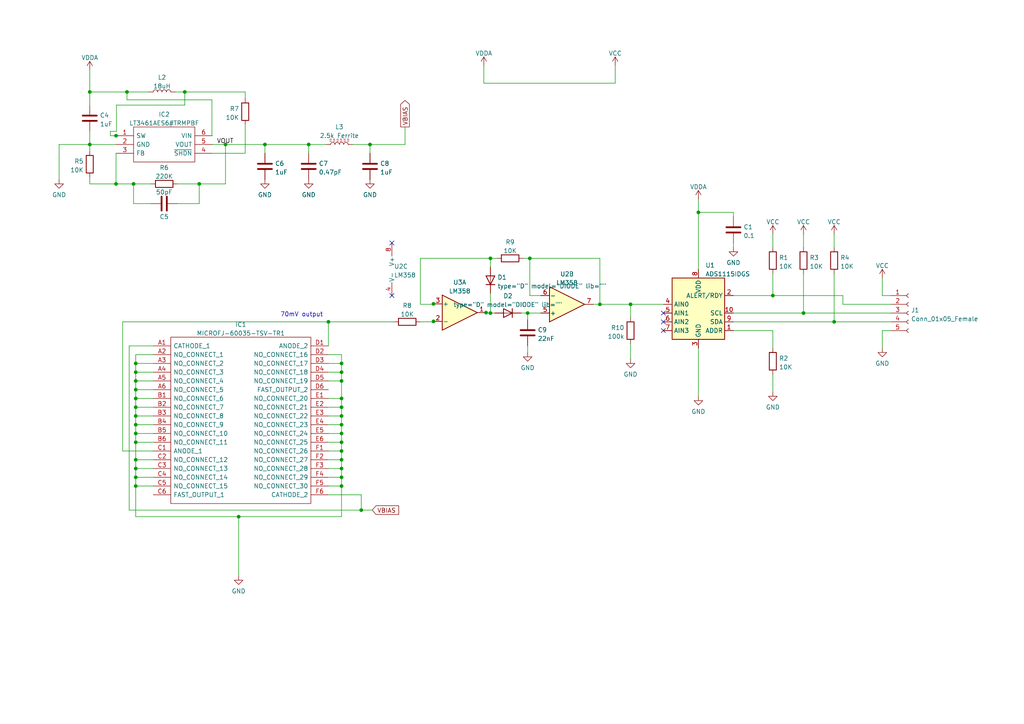
<source format=kicad_sch>
(kicad_sch (version 20211123) (generator eeschema)
  (paper "A4")
  (lib_symbols
    (symbol "Amplifier_Operational:LM358" (pin_names (offset 0.127))
      (property "Reference" "U" (at 0 5.08 0))
      (property "Value" "LM358" (at 0 -5.08 0))
      (symbol "LM358_1_1"
        (polyline (pts (xy -5.08 5.08) (xy 5.08 0) (xy -5.08 -5.08) (xy -5.08 5.08)) (stroke (width 0.254)) (fill (type background)))
        (pin output line (at 7.62 0 180) (length 2.54) (name "~") (number "1"))
        (pin input line (at -7.62 -2.54 0) (length 2.54) (name "-") (number "2"))
        (pin input line (at -7.62 2.54 0) (length 2.54) (name "+") (number "3"))
      )
      (symbol "LM358_2_1"
        (polyline (pts (xy -5.08 5.08) (xy 5.08 0) (xy -5.08 -5.08) (xy -5.08 5.08)) (stroke (width 0.254)) (fill (type background)))
        (pin input line (at -7.62 2.54 0) (length 2.54) (name "+") (number "5"))
        (pin input line (at -7.62 -2.54 0) (length 2.54) (name "-") (number "6"))
        (pin output line (at 7.62 0 180) (length 2.54) (name "~") (number "7"))
      )
      (symbol "LM358_3_1"
        (pin power_in line (at -2.54 -7.62 90) (length 3.81) (name "V-") (number "4"))
        (pin power_in line (at -2.54 7.62 270) (length 3.81) (name "V+") (number "8"))
      )
    )
    (symbol "Analog_ADC:ADS1115IDGS"
      (property "Reference" "U" (at 2.54 13.97 0))
      (property "Value" "ADS1115IDGS" (at 7.62 11.43 0))
      (symbol "ADS1115IDGS_0_1"
        (rectangle (start -7.62 10.16) (end 7.62 -7.62) (stroke (width 0.254)) (fill (type background)))
      )
      (symbol "ADS1115IDGS_1_1"
        (pin input line (at 10.16 -5.08 180) (length 2.54) (name "ADDR") (number "1"))
        (pin input line (at 10.16 0 180) (length 2.54) (name "SCL") (number "10"))
        (pin output line (at 10.16 5.08 180) (length 2.54) (name "ALERT/RDY") (number "2"))
        (pin power_in line (at 0 -10.16 90) (length 2.54) (name "GND") (number "3"))
        (pin input line (at -10.16 2.54 0) (length 2.54) (name "AIN0") (number "4"))
        (pin input line (at -10.16 0 0) (length 2.54) (name "AIN1") (number "5"))
        (pin input line (at -10.16 -2.54 0) (length 2.54) (name "AIN2") (number "6"))
        (pin input line (at -10.16 -5.08 0) (length 2.54) (name "AIN3") (number "7"))
        (pin power_in line (at 0 12.7 270) (length 2.54) (name "VDD") (number "8"))
        (pin bidirectional line (at 10.16 -2.54 180) (length 2.54) (name "SDA") (number "9"))
      )
    )
    (symbol "BuckBoost:LT3461AES6#TRMPBF" (pin_names (offset 0.762))
      (property "Reference" "IC" (at 24.13 7.62 0))
      (property "Value" "LT3461AES6#TRMPBF" (at 24.13 5.08 0))
      (symbol "LT3461AES6#TRMPBF_0_0"
        (pin passive line (at 0 0 0) (length 5.08) (name "SW") (number "1"))
        (pin passive line (at 0 -2.54 0) (length 5.08) (name "GND") (number "2"))
        (pin passive line (at 0 -5.08 0) (length 5.08) (name "FB") (number "3"))
        (pin passive line (at 27.94 -5.08 180) (length 5.08) (name "~{SHDN}") (number "4"))
        (pin passive line (at 27.94 -2.54 180) (length 5.08) (name "VOUT") (number "5"))
        (pin passive line (at 27.94 0 180) (length 5.08) (name "VIN") (number "6"))
      )
      (symbol "LT3461AES6#TRMPBF_0_1"
        (polyline (pts (xy 5.08 2.54) (xy 22.86 2.54) (xy 22.86 -7.62) (xy 5.08 -7.62) (xy 5.08 2.54)) (stroke (width 0.1524)))
      )
    )
    (symbol "Connector:Conn_01x05_Female" (pin_names (offset 1.016) hide)
      (property "Reference" "J" (at 0 7.62 0))
      (property "Value" "Conn_01x05_Female" (at 0 -7.62 0))
      (symbol "Conn_01x05_Female_1_1"
        (arc (start 0 -4.572) (mid -0.508 -5.08) (end 0 -5.588) (stroke (width 0.1524)))
        (arc (start 0 -2.032) (mid -0.508 -2.54) (end 0 -3.048) (stroke (width 0.1524)))
        (polyline (pts (xy -1.27 -5.08) (xy -0.508 -5.08)) (stroke (width 0.1524)))
        (polyline (pts (xy -1.27 -2.54) (xy -0.508 -2.54)) (stroke (width 0.1524)))
        (polyline (pts (xy -1.27 0) (xy -0.508 0)) (stroke (width 0.1524)))
        (polyline (pts (xy -1.27 2.54) (xy -0.508 2.54)) (stroke (width 0.1524)))
        (polyline (pts (xy -1.27 5.08) (xy -0.508 5.08)) (stroke (width 0.1524)))
        (arc (start 0 0.508) (mid -0.508 0) (end 0 -0.508) (stroke (width 0.1524)))
        (arc (start 0 3.048) (mid -0.508 2.54) (end 0 2.032) (stroke (width 0.1524)))
        (arc (start 0 5.588) (mid -0.508 5.08) (end 0 4.572) (stroke (width 0.1524)))
        (pin passive line (at -5.08 5.08 0) (length 3.81) (name "Pin_1") (number "1"))
        (pin passive line (at -5.08 2.54 0) (length 3.81) (name "Pin_2") (number "2"))
        (pin passive line (at -5.08 0 0) (length 3.81) (name "Pin_3") (number "3"))
        (pin passive line (at -5.08 -2.54 0) (length 3.81) (name "Pin_4") (number "4"))
        (pin passive line (at -5.08 -5.08 0) (length 3.81) (name "Pin_5") (number "5"))
      )
    )
    (symbol "Device:C" (pin_numbers hide) (pin_names (offset 0.254))
      (property "Reference" "C" (at 0.635 2.54 0))
      (property "Value" "C" (at 0.635 -2.54 0))
      (symbol "C_0_1"
        (polyline (pts (xy -2.032 -0.762) (xy 2.032 -0.762)) (stroke (width 0.508)))
        (polyline (pts (xy -2.032 0.762) (xy 2.032 0.762)) (stroke (width 0.508)))
      )
      (symbol "C_1_1"
        (pin passive line (at 0 3.81 270) (length 2.794) (name "~") (number "1"))
        (pin passive line (at 0 -3.81 90) (length 2.794) (name "~") (number "2"))
      )
    )
    (symbol "Device:L" (pin_numbers hide) (pin_names (offset 1.016) hide)
      (property "Reference" "L" (at -1.27 0 90))
      (property "Value" "L" (at 1.905 0 90))
      (symbol "L_0_1"
        (arc (start 0 -2.54) (mid 0.635 -1.905) (end 0 -1.27))
        (arc (start 0 -1.27) (mid 0.635 -0.635) (end 0 0))
        (arc (start 0 0) (mid 0.635 0.635) (end 0 1.27))
        (arc (start 0 1.27) (mid 0.635 1.905) (end 0 2.54))
      )
      (symbol "L_1_1"
        (pin passive line (at 0 3.81 270) (length 1.27) (name "1") (number "1"))
        (pin passive line (at 0 -3.81 90) (length 1.27) (name "2") (number "2"))
      )
    )
    (symbol "Device:L_Ferrite" (pin_numbers hide) (pin_names (offset 1.016) hide)
      (property "Reference" "L" (at -1.27 0 90))
      (property "Value" "L_Ferrite" (at 2.794 0 90))
      (symbol "L_Ferrite_0_1"
        (arc (start 0 -2.54) (mid 0.635 -1.905) (end 0 -1.27))
        (arc (start 0 -1.27) (mid 0.635 -0.635) (end 0 0))
        (polyline (pts (xy 1.016 -2.794) (xy 1.016 -2.286)))
        (polyline (pts (xy 1.016 -1.778) (xy 1.016 -1.27)))
        (polyline (pts (xy 1.016 -0.762) (xy 1.016 -0.254)))
        (polyline (pts (xy 1.016 0.254) (xy 1.016 0.762)))
        (polyline (pts (xy 1.016 1.27) (xy 1.016 1.778)))
        (polyline (pts (xy 1.016 2.286) (xy 1.016 2.794)))
        (polyline (pts (xy 1.524 -2.286) (xy 1.524 -2.794)))
        (polyline (pts (xy 1.524 -1.27) (xy 1.524 -1.778)))
        (polyline (pts (xy 1.524 -0.254) (xy 1.524 -0.762)))
        (polyline (pts (xy 1.524 0.762) (xy 1.524 0.254)))
        (polyline (pts (xy 1.524 1.778) (xy 1.524 1.27)))
        (polyline (pts (xy 1.524 2.794) (xy 1.524 2.286)))
        (arc (start 0 0) (mid 0.635 0.635) (end 0 1.27))
        (arc (start 0 1.27) (mid 0.635 1.905) (end 0 2.54))
      )
      (symbol "L_Ferrite_1_1"
        (pin passive line (at 0 3.81 270) (length 1.27) (name "1") (number "1"))
        (pin passive line (at 0 -3.81 90) (length 1.27) (name "2") (number "2"))
      )
    )
    (symbol "Device:R" (pin_numbers hide) (pin_names (offset 0))
      (property "Reference" "R" (at 2.032 0 90))
      (property "Value" "R" (at 0 0 90))
      (symbol "R_0_1"
        (rectangle (start -1.016 -2.54) (end 1.016 2.54) (stroke (width 0.254)))
      )
      (symbol "R_1_1"
        (pin passive line (at 0 3.81 270) (length 1.27) (name "~") (number "1"))
        (pin passive line (at 0 -3.81 90) (length 1.27) (name "~") (number "2"))
      )
    )
    (symbol "SiPM:MICROFJ-60035-TSV-TR1" (pin_names (offset 0.762))
      (property "Reference" "IC" (at 46.99 7.62 0))
      (property "Value" "MICROFJ-60035-TSV-TR1" (at 46.99 5.08 0))
      (symbol "MICROFJ-60035-TSV-TR1_0_0"
        (pin passive line (at 0 0 0) (length 5.08) (name "CATHODE_1") (number "A1"))
        (pin passive line (at 0 -2.54 0) (length 5.08) (name "NO_CONNECT_1") (number "A2"))
        (pin passive line (at 0 -5.08 0) (length 5.08) (name "NO_CONNECT_2") (number "A3"))
        (pin passive line (at 0 -7.62 0) (length 5.08) (name "NO_CONNECT_3") (number "A4"))
        (pin passive line (at 0 -10.16 0) (length 5.08) (name "NO_CONNECT_4") (number "A5"))
        (pin passive line (at 0 -12.7 0) (length 5.08) (name "NO_CONNECT_5") (number "A6"))
        (pin passive line (at 0 -15.24 0) (length 5.08) (name "NO_CONNECT_6") (number "B1"))
        (pin passive line (at 0 -17.78 0) (length 5.08) (name "NO_CONNECT_7") (number "B2"))
        (pin passive line (at 0 -20.32 0) (length 5.08) (name "NO_CONNECT_8") (number "B3"))
        (pin passive line (at 0 -22.86 0) (length 5.08) (name "NO_CONNECT_9") (number "B4"))
        (pin passive line (at 0 -25.4 0) (length 5.08) (name "NO_CONNECT_10") (number "B5"))
        (pin passive line (at 0 -27.94 0) (length 5.08) (name "NO_CONNECT_11") (number "B6"))
        (pin passive line (at 0 -30.48 0) (length 5.08) (name "ANODE_1") (number "C1"))
        (pin passive line (at 0 -33.02 0) (length 5.08) (name "NO_CONNECT_12") (number "C2"))
        (pin passive line (at 0 -35.56 0) (length 5.08) (name "NO_CONNECT_13") (number "C3"))
        (pin passive line (at 0 -38.1 0) (length 5.08) (name "NO_CONNECT_14") (number "C4"))
        (pin passive line (at 0 -40.64 0) (length 5.08) (name "NO_CONNECT_15") (number "C5"))
        (pin passive line (at 0 -43.18 0) (length 5.08) (name "FAST_OUTPUT_1") (number "C6"))
        (pin passive line (at 50.8 0 180) (length 5.08) (name "ANODE_2") (number "D1"))
        (pin passive line (at 50.8 -2.54 180) (length 5.08) (name "NO_CONNECT_16") (number "D2"))
        (pin passive line (at 50.8 -5.08 180) (length 5.08) (name "NO_CONNECT_17") (number "D3"))
        (pin passive line (at 50.8 -7.62 180) (length 5.08) (name "NO_CONNECT_18") (number "D4"))
        (pin passive line (at 50.8 -10.16 180) (length 5.08) (name "NO_CONNECT_19") (number "D5"))
        (pin passive line (at 50.8 -12.7 180) (length 5.08) (name "FAST_OUTPUT_2") (number "D6"))
        (pin passive line (at 50.8 -15.24 180) (length 5.08) (name "NO_CONNECT_20") (number "E1"))
        (pin passive line (at 50.8 -17.78 180) (length 5.08) (name "NO_CONNECT_21") (number "E2"))
        (pin passive line (at 50.8 -20.32 180) (length 5.08) (name "NO_CONNECT_22") (number "E3"))
        (pin passive line (at 50.8 -22.86 180) (length 5.08) (name "NO_CONNECT_23") (number "E4"))
        (pin passive line (at 50.8 -25.4 180) (length 5.08) (name "NO_CONNECT_24") (number "E5"))
        (pin passive line (at 50.8 -27.94 180) (length 5.08) (name "NO_CONNECT_25") (number "E6"))
        (pin passive line (at 50.8 -30.48 180) (length 5.08) (name "NO_CONNECT_26") (number "F1"))
        (pin passive line (at 50.8 -33.02 180) (length 5.08) (name "NO_CONNECT_27") (number "F2"))
        (pin passive line (at 50.8 -35.56 180) (length 5.08) (name "NO_CONNECT_28") (number "F3"))
        (pin passive line (at 50.8 -38.1 180) (length 5.08) (name "NO_CONNECT_29") (number "F4"))
        (pin passive line (at 50.8 -40.64 180) (length 5.08) (name "NO_CONNECT_30") (number "F5"))
        (pin passive line (at 50.8 -43.18 180) (length 5.08) (name "CATHODE_2") (number "F6"))
      )
      (symbol "MICROFJ-60035-TSV-TR1_0_1"
        (polyline (pts (xy 5.08 2.54) (xy 45.72 2.54) (xy 45.72 -45.72) (xy 5.08 -45.72) (xy 5.08 2.54)) (stroke (width 0.1524)))
      )
    )
    (symbol "Simulation_SPICE:DIODE" (pin_numbers hide) (pin_names (offset 1.016) hide)
      (property "Reference" "D" (at 0 2.54 0))
      (property "Value" "DIODE" (at 0 -2.54 0))
      (symbol "DIODE_0_1"
        (polyline (pts (xy 1.27 0) (xy -1.27 0)))
        (polyline (pts (xy 1.27 1.27) (xy 1.27 -1.27)) (stroke (width 0.254)))
        (polyline (pts (xy -1.27 -1.27) (xy -1.27 1.27) (xy 1.27 0) (xy -1.27 -1.27)) (stroke (width 0.254)))
      )
      (symbol "DIODE_1_1"
        (pin passive line (at -3.81 0 0) (length 2.54) (name "A") (number "1"))
        (pin passive line (at 3.81 0 180) (length 2.54) (name "K") (number "2"))
      )
    )
    (symbol "power:GND" (power) (pin_names (offset 0))
      (property "Value" "GND" (at 0 -3.81 0))
      (symbol "GND_0_1"
        (polyline (pts (xy 0 0) (xy 0 -1.27) (xy 1.27 -1.27) (xy 0 -2.54) (xy -1.27 -1.27) (xy 0 -1.27)))
      )
      (symbol "GND_1_1"
        (pin power_in line (at 0 0 270) (length 0) hide (name "GND") (number "1"))
      )
    )
    (symbol "power:VCC" (power) (pin_names (offset 0))
      (property "Value" "VCC" (at 0 3.81 0))
      (symbol "VCC_0_1"
        (polyline (pts (xy -0.762 1.27) (xy 0 2.54)))
        (polyline (pts (xy 0 0) (xy 0 2.54)))
        (polyline (pts (xy 0 2.54) (xy 0.762 1.27)))
      )
      (symbol "VCC_1_1"
        (pin power_in line (at 0 0 90) (length 0) hide (name "VCC") (number "1"))
      )
    )
    (symbol "power:VDDA" (power) (pin_names (offset 0))
      (property "Value" "VDDA" (at 0 3.81 0))
      (symbol "VDDA_0_1"
        (polyline (pts (xy -0.762 1.27) (xy 0 2.54)))
        (polyline (pts (xy 0 0) (xy 0 2.54)))
        (polyline (pts (xy 0 2.54) (xy 0.762 1.27)))
      )
      (symbol "VDDA_1_1"
        (pin power_in line (at 0 0 90) (length 0) hide (name "VDDA") (number "1"))
      )
    )
  )
  (junction (at 142.24 90.805))
  (junction (at 39.37 125.73))
  (junction (at 39.37 110.49))
  (junction (at 57.785 53.34))
  (junction (at 65.405 41.91))
  (junction (at 39.37 123.19))
  (junction (at 39.37 120.65))
  (junction (at 99.06 123.19))
  (junction (at 99.06 138.43))
  (junction (at 99.06 120.65))
  (junction (at 69.215 149.86))
  (junction (at 182.88 88.265))
  (junction (at 104.775 147.955))
  (junction (at 39.37 105.41))
  (junction (at 99.06 130.81))
  (junction (at 107.315 41.91))
  (junction (at 99.06 107.95))
  (junction (at 99.06 140.97))
  (junction (at 95.25 93.345))
  (junction (at 33.655 39.37))
  (junction (at 241.935 93.345))
  (junction (at 39.37 133.35))
  (junction (at 99.06 118.11))
  (junction (at 99.06 128.27))
  (junction (at 99.06 115.57))
  (junction (at 38.735 53.34))
  (junction (at 142.24 74.93))
  (junction (at 76.835 41.91))
  (junction (at 39.37 115.57))
  (junction (at 99.06 110.49))
  (junction (at 39.37 107.95))
  (junction (at 153.67 74.93))
  (junction (at 39.37 140.97))
  (junction (at 202.565 61.595))
  (junction (at 33.655 53.34))
  (junction (at 53.594 26.67))
  (junction (at 99.06 125.73))
  (junction (at 39.37 128.27))
  (junction (at 140.97 90.678))
  (junction (at 99.06 105.41))
  (junction (at 39.37 135.89))
  (junction (at 224.155 85.725))
  (junction (at 39.37 118.11))
  (junction (at 26.035 26.67))
  (junction (at 233.045 90.805))
  (junction (at 26.035 41.91))
  (junction (at 125.73 93.218))
  (junction (at 99.06 135.89))
  (junction (at 39.37 138.43))
  (junction (at 89.535 41.91))
  (junction (at 39.37 113.03))
  (junction (at 99.06 133.35))
  (junction (at 36.83 26.67))
  (junction (at 153.035 90.805))
  (junction (at 173.99 88.265))
  (junction (at 125.73 88.138))
  (no_connect (at 192.405 90.805))
  (no_connect (at 192.405 93.345))
  (no_connect (at 192.405 95.885))
  (no_connect (at 113.665 70.485))
  (no_connect (at 113.665 85.725))
  (wire (pts (xy 39.37 135.89) (xy 44.45 135.89)))
  (wire (pts (xy 33.655 53.34) (xy 38.735 53.34)))
  (wire (pts (xy 95.25 133.35) (xy 99.06 133.35)))
  (wire (pts (xy 44.45 107.95) (xy 39.37 107.95)))
  (wire (pts (xy 95.25 140.97) (xy 99.06 140.97)))
  (wire (pts (xy 39.37 138.43) (xy 39.37 140.97)))
  (wire (pts (xy 224.155 108.585) (xy 224.155 113.665)))
  (wire (pts (xy 182.88 88.265) (xy 182.88 92.075)))
  (wire (pts (xy 173.99 88.265) (xy 173.99 74.93)))
  (wire (pts (xy 33.782 30.48) (xy 33.782 38.1)))
  (wire (pts (xy 39.37 135.89) (xy 39.37 138.43)))
  (wire (pts (xy 71.12 44.45) (xy 71.12 36.195)))
  (wire (pts (xy 44.45 133.35) (xy 39.37 133.35)))
  (wire (pts (xy 39.37 140.97) (xy 39.37 149.86)))
  (wire (pts (xy 26.035 53.34) (xy 33.655 53.34)))
  (wire (pts (xy 26.035 38.1) (xy 26.035 41.91)))
  (wire (pts (xy 142.24 74.93) (xy 142.24 77.47)))
  (wire (pts (xy 212.725 61.595) (xy 202.565 61.595)))
  (wire (pts (xy 107.315 41.91) (xy 102.235 41.91)))
  (wire (pts (xy 53.594 26.67) (xy 53.594 30.48)))
  (wire (pts (xy 99.06 105.41) (xy 99.06 107.95)))
  (wire (pts (xy 39.37 113.03) (xy 39.37 115.57)))
  (wire (pts (xy 26.035 41.91) (xy 26.035 43.815)))
  (wire (pts (xy 95.25 135.89) (xy 99.06 135.89)))
  (wire (pts (xy 99.06 135.89) (xy 99.06 138.43)))
  (wire (pts (xy 142.24 85.09) (xy 142.24 90.805)))
  (wire (pts (xy 151.13 90.805) (xy 153.035 90.805)))
  (wire (pts (xy 99.06 140.97) (xy 99.06 149.86)))
  (wire (pts (xy 39.37 128.27) (xy 44.45 128.27)))
  (wire (pts (xy 44.45 123.19) (xy 39.37 123.19)))
  (wire (pts (xy 32.004 38.1) (xy 32.004 39.37)))
  (wire (pts (xy 173.99 74.93) (xy 153.67 74.93)))
  (wire (pts (xy 36.83 28.956) (xy 36.83 26.67)))
  (wire (pts (xy 61.595 41.91) (xy 65.405 41.91)))
  (wire (pts (xy 241.935 67.945) (xy 241.935 71.755)))
  (wire (pts (xy 39.37 115.57) (xy 44.45 115.57)))
  (wire (pts (xy 224.155 95.885) (xy 224.155 100.965)))
  (wire (pts (xy 140.335 19.05) (xy 140.335 24.13)))
  (wire (pts (xy 39.37 110.49) (xy 44.45 110.49)))
  (wire (pts (xy 26.035 51.435) (xy 26.035 53.34)))
  (wire (pts (xy 95.25 110.49) (xy 99.06 110.49)))
  (wire (pts (xy 104.775 143.51) (xy 104.775 147.955)))
  (wire (pts (xy 71.12 28.575) (xy 71.12 26.67)))
  (wire (pts (xy 144.145 74.93) (xy 142.24 74.93)))
  (wire (pts (xy 233.045 90.805) (xy 258.445 90.805)))
  (wire (pts (xy 224.155 85.725) (xy 224.155 79.375)))
  (wire (pts (xy 38.735 53.34) (xy 43.815 53.34)))
  (wire (pts (xy 258.445 85.725) (xy 255.905 85.725)))
  (wire (pts (xy 95.25 120.65) (xy 99.06 120.65)))
  (wire (pts (xy 202.565 100.965) (xy 202.565 114.935)))
  (wire (pts (xy 26.035 26.67) (xy 26.035 30.48)))
  (wire (pts (xy 99.06 102.87) (xy 99.06 105.41)))
  (wire (pts (xy 140.97 90.805) (xy 142.24 90.805)))
  (wire (pts (xy 95.25 118.11) (xy 99.06 118.11)))
  (wire (pts (xy 61.595 44.45) (xy 71.12 44.45)))
  (wire (pts (xy 173.99 88.265) (xy 182.88 88.265)))
  (wire (pts (xy 255.905 95.885) (xy 255.905 100.965)))
  (wire (pts (xy 69.215 149.86) (xy 39.37 149.86)))
  (wire (pts (xy 39.37 102.87) (xy 44.45 102.87)))
  (wire (pts (xy 95.25 130.81) (xy 99.06 130.81)))
  (wire (pts (xy 35.56 130.81) (xy 35.56 93.345)))
  (wire (pts (xy 233.045 67.945) (xy 233.045 71.755)))
  (wire (pts (xy 99.06 130.81) (xy 99.06 133.35)))
  (wire (pts (xy 99.06 128.27) (xy 99.06 130.81)))
  (wire (pts (xy 244.475 88.265) (xy 258.445 88.265)))
  (wire (pts (xy 99.06 115.57) (xy 99.06 118.11)))
  (wire (pts (xy 182.88 88.265) (xy 192.405 88.265)))
  (wire (pts (xy 224.155 67.945) (xy 224.155 71.755)))
  (wire (pts (xy 39.37 123.19) (xy 39.37 125.73)))
  (wire (pts (xy 76.835 41.91) (xy 89.535 41.91)))
  (wire (pts (xy 99.06 118.11) (xy 99.06 120.65)))
  (wire (pts (xy 117.475 41.91) (xy 117.475 36.83)))
  (wire (pts (xy 33.655 39.37) (xy 33.782 39.37)))
  (wire (pts (xy 39.37 120.65) (xy 44.45 120.65)))
  (wire (pts (xy 26.035 20.32) (xy 26.035 26.67)))
  (wire (pts (xy 153.035 100.33) (xy 153.035 102.235)))
  (wire (pts (xy 95.25 128.27) (xy 99.06 128.27)))
  (wire (pts (xy 50.8 26.67) (xy 53.594 26.67)))
  (wire (pts (xy 36.83 26.67) (xy 43.18 26.67)))
  (wire (pts (xy 95.25 143.51) (xy 104.775 143.51)))
  (wire (pts (xy 258.445 95.885) (xy 255.905 95.885)))
  (wire (pts (xy 39.37 110.49) (xy 39.37 113.03)))
  (wire (pts (xy 39.37 133.35) (xy 39.37 135.89)))
  (wire (pts (xy 107.315 44.45) (xy 107.315 41.91)))
  (wire (pts (xy 156.845 85.725) (xy 153.67 85.725)))
  (wire (pts (xy 39.37 115.57) (xy 39.37 118.11)))
  (wire (pts (xy 140.335 24.13) (xy 178.435 24.13)))
  (wire (pts (xy 26.035 41.91) (xy 17.145 41.91)))
  (wire (pts (xy 95.25 93.345) (xy 114.3 93.345)))
  (wire (pts (xy 95.25 115.57) (xy 99.06 115.57)))
  (wire (pts (xy 89.535 41.91) (xy 89.535 44.45)))
  (wire (pts (xy 65.405 41.91) (xy 65.405 53.34)))
  (wire (pts (xy 53.594 26.67) (xy 71.12 26.67)))
  (wire (pts (xy 26.035 26.67) (xy 36.83 26.67)))
  (wire (pts (xy 39.37 118.11) (xy 39.37 120.65)))
  (wire (pts (xy 44.45 130.81) (xy 35.56 130.81)))
  (wire (pts (xy 33.655 44.45) (xy 33.655 53.34)))
  (wire (pts (xy 65.405 53.34) (xy 57.785 53.34)))
  (wire (pts (xy 224.155 85.725) (xy 244.475 85.725)))
  (wire (pts (xy 212.725 70.485) (xy 212.725 71.755)))
  (wire (pts (xy 57.785 59.055) (xy 57.785 53.34)))
  (wire (pts (xy 202.565 57.785) (xy 202.565 61.595)))
  (wire (pts (xy 212.725 90.805) (xy 233.045 90.805)))
  (wire (pts (xy 32.004 39.37) (xy 33.655 39.37)))
  (wire (pts (xy 95.25 105.41) (xy 99.06 105.41)))
  (wire (pts (xy 61.468 28.956) (xy 36.83 28.956)))
  (wire (pts (xy 39.37 120.65) (xy 39.37 123.19)))
  (wire (pts (xy 39.37 128.27) (xy 39.37 133.35)))
  (wire (pts (xy 153.67 85.725) (xy 153.67 74.93)))
  (wire (pts (xy 241.935 93.345) (xy 241.935 79.375)))
  (wire (pts (xy 212.725 62.865) (xy 212.725 61.595)))
  (wire (pts (xy 76.835 41.91) (xy 76.835 44.45)))
  (wire (pts (xy 99.06 120.65) (xy 99.06 123.19)))
  (wire (pts (xy 107.315 41.91) (xy 117.475 41.91)))
  (wire (pts (xy 99.06 138.43) (xy 99.06 140.97)))
  (wire (pts (xy 39.37 105.41) (xy 39.37 107.95)))
  (wire (pts (xy 121.92 93.345) (xy 125.73 93.345)))
  (wire (pts (xy 37.465 147.955) (xy 104.775 147.955)))
  (wire (pts (xy 39.37 118.11) (xy 44.45 118.11)))
  (wire (pts (xy 51.435 59.055) (xy 57.785 59.055)))
  (wire (pts (xy 33.782 38.1) (xy 32.004 38.1)))
  (wire (pts (xy 95.25 100.33) (xy 95.25 93.345)))
  (wire (pts (xy 44.45 113.03) (xy 39.37 113.03)))
  (wire (pts (xy 95.25 123.19) (xy 99.06 123.19)))
  (wire (pts (xy 39.37 102.87) (xy 39.37 105.41)))
  (wire (pts (xy 39.37 107.95) (xy 39.37 110.49)))
  (wire (pts (xy 95.25 125.73) (xy 99.06 125.73)))
  (wire (pts (xy 212.725 85.725) (xy 224.155 85.725)))
  (wire (pts (xy 172.085 88.265) (xy 173.99 88.265)))
  (wire (pts (xy 39.37 140.97) (xy 44.45 140.97)))
  (wire (pts (xy 95.25 138.43) (xy 99.06 138.43)))
  (wire (pts (xy 121.92 74.93) (xy 121.92 88.265)))
  (wire (pts (xy 44.45 100.33) (xy 37.465 100.33)))
  (wire (pts (xy 244.475 85.725) (xy 244.475 88.265)))
  (wire (pts (xy 69.215 167.005) (xy 69.215 149.86)))
  (wire (pts (xy 57.785 53.34) (xy 51.435 53.34)))
  (wire (pts (xy 142.24 90.805) (xy 143.51 90.805)))
  (wire (pts (xy 17.145 41.91) (xy 17.145 52.07)))
  (wire (pts (xy 142.24 74.93) (xy 121.92 74.93)))
  (wire (pts (xy 99.06 123.19) (xy 99.06 125.73)))
  (wire (pts (xy 26.035 41.91) (xy 33.655 41.91)))
  (wire (pts (xy 182.88 99.695) (xy 182.88 104.14)))
  (wire (pts (xy 104.775 147.955) (xy 107.95 147.955)))
  (wire (pts (xy 38.735 59.055) (xy 43.815 59.055)))
  (wire (pts (xy 65.405 41.91) (xy 76.835 41.91)))
  (wire (pts (xy 202.565 61.595) (xy 202.565 78.105)))
  (wire (pts (xy 99.06 110.49) (xy 99.06 115.57)))
  (wire (pts (xy 99.06 125.73) (xy 99.06 128.27)))
  (wire (pts (xy 151.765 74.93) (xy 153.67 74.93)))
  (wire (pts (xy 37.465 100.33) (xy 37.465 147.955)))
  (wire (pts (xy 61.468 39.37) (xy 61.468 28.956)))
  (wire (pts (xy 39.37 138.43) (xy 44.45 138.43)))
  (wire (pts (xy 241.935 93.345) (xy 258.445 93.345)))
  (wire (pts (xy 39.37 125.73) (xy 39.37 128.27)))
  (wire (pts (xy 121.92 88.265) (xy 125.73 88.265)))
  (wire (pts (xy 38.735 53.34) (xy 38.735 59.055)))
  (wire (pts (xy 255.905 85.725) (xy 255.905 80.645)))
  (wire (pts (xy 39.37 105.41) (xy 44.45 105.41)))
  (wire (pts (xy 233.045 90.805) (xy 233.045 79.375)))
  (wire (pts (xy 35.56 93.345) (xy 95.25 93.345)))
  (wire (pts (xy 99.06 133.35) (xy 99.06 135.89)))
  (wire (pts (xy 212.725 95.885) (xy 224.155 95.885)))
  (wire (pts (xy 69.215 149.86) (xy 99.06 149.86)))
  (wire (pts (xy 212.725 93.345) (xy 241.935 93.345)))
  (wire (pts (xy 39.37 125.73) (xy 44.45 125.73)))
  (wire (pts (xy 95.25 102.87) (xy 99.06 102.87)))
  (wire (pts (xy 153.035 90.805) (xy 156.845 90.805)))
  (wire (pts (xy 153.035 92.71) (xy 153.035 90.805)))
  (wire (pts (xy 99.06 107.95) (xy 99.06 110.49)))
  (wire (pts (xy 53.594 30.48) (xy 33.782 30.48)))
  (wire (pts (xy 178.435 24.13) (xy 178.435 19.05)))
  (wire (pts (xy 94.615 41.91) (xy 89.535 41.91)))
  (wire (pts (xy 95.25 107.95) (xy 99.06 107.95)))
  (text "70mV output" (at 81.28 92.075 0) (effects (font (size 1.27 1.27)) (justify left bottom)))
  (label "VOUT" (at 62.865 41.91 0))
  (global_label "VBIAS" (shape input) (at 107.95 147.955 0) (property "Intersheet References" "${INTERSHEET_REFS}" (effects hide)))
  (global_label "VBIAS" (shape output) (at 117.475 36.83 90) (property "Intersheet References" "${INTERSHEET_REFS}" (effects hide)))
  (symbol (lib_id "Device:R") (at 224.155 75.565 0) (unit 1)
    (property "Reference" "R1" (at 225.933 74.7303 0) (effects (justify left)))
    (property "Value" "10K" (at 225.933 77.2672 0) (effects (justify left)))
    (property "Footprint" "Resistor_SMD:R_0603_1608Metric" (effects hide))
  )
  (symbol (lib_id "power:VCC") (at 233.045 67.945 0) (unit 1)
    (property "Reference" "#PWR0106" (effects hide))
    (property "Value" "VCC" (at 233.045 64.3692 0))
  )
  (symbol (lib_id "Connector:Conn_01x05_Female") (at 263.525 90.805 0) (unit 1)
    (property "Reference" "J1" (at 264.2362 89.9703 0) (effects (justify left)))
    (property "Value" "Conn_01x05_Female" (at 264.2362 92.5072 0) (effects (justify left)))
    (property "Footprint" "Connector_Molex:Molex_Pico-Lock_504050-0591_1x05-1MP_P1.50mm_Horizontal" (effects hide))
  )
  (symbol (lib_id "Device:R") (at 224.155 104.775 0) (unit 1)
    (property "Reference" "R2" (at 225.933 103.9403 0) (effects (justify left)))
    (property "Value" "10K" (at 225.933 106.4772 0) (effects (justify left)))
    (property "Footprint" "Resistor_SMD:R_0603_1608Metric" (effects hide))
  )
  (symbol (lib_id "Device:R") (at 147.955 74.93 90) (mirror x) (unit 1)
    (property "Reference" "R9" (at 147.955 70.2142 90))
    (property "Value" "10K" (at 147.955 72.7511 90))
    (property "Footprint" "Resistor_SMD:R_0603_1608Metric" (effects hide))
  )
  (symbol (lib_id "Simulation_SPICE:DIODE") (at 142.24 81.28 270) (unit 1)
    (property "Reference" "D1" (at 144.272 80.4453 90) (effects (justify left)))
    (property "Value" "DIODE" (at 144.272 82.9822 90) (effects (justify left)))
    (property "Footprint" "Diode_SMD:D_SOD-323" (effects hide))
    (property "Spice_Netlist_Enabled" "Y" (effects hide))
    (property "Spice_Primitive" "D" (effects hide))
  )
  (symbol (lib_id "Amplifier_Operational:LM358") (at 116.205 78.105 0) (unit 3)
    (property "Reference" "U2" (at 114.3 77.2703 0) (effects (justify left)))
    (property "Value" "LM358" (at 114.3 79.8072 0) (effects (justify left)))
    (property "Footprint" "Package_SO:SOIC-8_7.5x5.85mm_P1.27mm" (effects hide))
    (property "Datasheet" "http://www.ti.com/lit/ds/symlink/lm2904-n.pdf" (effects hide))
  )
  (symbol (lib_id "Device:R") (at 233.045 75.565 0) (unit 1)
    (property "Reference" "R3" (at 234.823 74.7303 0) (effects (justify left)))
    (property "Value" "10K" (at 234.823 77.2672 0) (effects (justify left)))
    (property "Footprint" "Resistor_SMD:R_0603_1608Metric" (effects hide))
  )
  (symbol (lib_id "Device:R") (at 241.935 75.565 0) (unit 1)
    (property "Reference" "R4" (at 243.713 74.7303 0) (effects (justify left)))
    (property "Value" "10K" (at 243.713 77.2672 0) (effects (justify left)))
    (property "Footprint" "Resistor_SMD:R_0603_1608Metric" (effects hide))
  )
  (symbol (lib_id "Device:R") (at 118.11 93.345 90) (mirror x) (unit 1)
    (property "Reference" "R8" (at 118.11 88.6292 90))
    (property "Value" "10K" (at 118.11 91.1661 90))
    (property "Footprint" "Resistor_SMD:R_0603_1608Metric" (effects hide))
  )
  (symbol (lib_id "power:GND") (at 107.315 52.07 0) (unit 1)
    (property "Reference" "#PWR0118" (effects hide))
    (property "Value" "GND" (at 107.315 56.5134 0))
  )
  (symbol (lib_id "Device:C") (at 26.035 34.29 0) (mirror y) (unit 1)
    (property "Reference" "C4" (at 28.956 33.4553 0) (effects (justify right)))
    (property "Value" "1uF" (at 28.956 35.9922 0) (effects (justify right)))
    (property "Footprint" "Capacitor_SMD:C_0603_1608Metric" (effects hide))
  )
  (symbol (lib_id "Amplifier_Operational:LM358") (at 133.35 90.678 0) (unit 1)
    (property "Reference" "U3" (at 133.35 81.8982 0))
    (property "Value" "LM358" (at 133.35 84.4351 0))
    (property "Datasheet" "http://www.ti.com/lit/ds/symlink/lm2904-n.pdf" (effects hide))
  )
  (symbol (lib_id "power:GND") (at 182.88 104.14 0) (unit 1)
    (property "Reference" "#PWR0119" (effects hide))
    (property "Value" "GND" (at 182.88 108.5834 0))
  )
  (symbol (lib_id "BuckBoost:LT3461AES6#TRMPBF") (at 33.655 39.37 0) (unit 1)
    (property "Reference" "IC2" (at 47.625 33.181 0))
    (property "Value" "LT3461AES6#TRMPBF" (at 47.625 35.7179 0))
    (property "Footprint" "Package_SO:SOIC-8-1EP_3.9x4.9mm_P1.27mm_EP2.29x3mm" (effects hide))
    (property "Datasheet" "https://componentsearchengine.com/Datasheets/1/LT3461AES6#TRMPBF.pdf" (effects hide))
    (property "Description" "Linear Technology LT3461AES6#TRMPBF, Step Up DC-DC Converter, 600mA, Adjustable, 6-Pin TSOT-23" (effects hide))
    (property "Height" "1" (effects hide))
    (property "Mouser Part Number" "584-LT3461AES6TRMPBF" (effects hide))
    (property "Mouser Price/Stock" "https://www.mouser.com/Search/Refine.aspx?Keyword=584-LT3461AES6TRMPBF" (effects hide))
    (property "Manufacturer_Name" "Analog Devices" (effects hide))
    (property "Manufacturer_Part_Number" "LT3461AES6#TRMPBF" (effects hide))
  )
  (symbol (lib_id "power:VDDA") (at 202.565 57.785 0) (unit 1)
    (property "Reference" "#PWR0101" (effects hide))
    (property "Value" "VDDA" (at 202.565 54.2092 0))
  )
  (symbol (lib_id "power:GND") (at 224.155 113.665 0) (unit 1)
    (property "Reference" "#PWR0104" (effects hide))
    (property "Value" "GND" (at 224.155 118.1084 0))
  )
  (symbol (lib_id "power:VCC") (at 255.905 80.645 0) (unit 1)
    (property "Reference" "#PWR0109" (effects hide))
    (property "Value" "VCC" (at 255.905 77.0692 0))
  )
  (symbol (lib_id "power:GND") (at 89.535 52.07 0) (unit 1)
    (property "Reference" "#PWR0116" (effects hide))
    (property "Value" "GND" (at 89.535 56.5134 0))
  )
  (symbol (lib_id "power:VCC") (at 241.935 67.945 0) (unit 1)
    (property "Reference" "#PWR0107" (effects hide))
    (property "Value" "VCC" (at 241.935 64.3692 0))
  )
  (symbol (lib_id "Device:C") (at 76.835 48.26 0) (unit 1)
    (property "Reference" "C6" (at 79.756 47.4253 0) (effects (justify left)))
    (property "Value" "1uF" (at 79.756 49.9622 0) (effects (justify left)))
    (property "Footprint" "Capacitor_SMD:C_0603_1608Metric" (effects hide))
  )
  (symbol (lib_id "power:VDDA") (at 26.035 20.32 0) (unit 1)
    (property "Reference" "#PWR0114" (effects hide))
    (property "Value" "VDDA" (at 26.035 16.7442 0))
  )
  (symbol (lib_id "power:GND") (at 212.725 71.755 0) (unit 1)
    (property "Reference" "#PWR0102" (effects hide))
    (property "Value" "GND" (at 212.725 76.1984 0))
  )
  (symbol (lib_id "power:GND") (at 255.905 100.965 0) (unit 1)
    (property "Reference" "#PWR0108" (effects hide))
    (property "Value" "GND" (at 255.905 105.4084 0))
  )
  (symbol (lib_id "Device:C") (at 47.625 59.055 270) (unit 1)
    (property "Reference" "C5" (at 47.625 62.865 90))
    (property "Value" "50pF" (at 47.625 55.7331 90))
    (property "Footprint" "Capacitor_SMD:C_0603_1608Metric" (effects hide))
  )
  (symbol (lib_id "Device:C") (at 107.315 48.26 0) (unit 1)
    (property "Reference" "C8" (at 110.236 47.4253 0) (effects (justify left)))
    (property "Value" "1uF" (at 110.236 49.9622 0) (effects (justify left)))
    (property "Footprint" "Capacitor_SMD:C_0603_1608Metric" (effects hide))
  )
  (symbol (lib_id "power:GND") (at 76.835 52.07 0) (unit 1)
    (property "Reference" "#PWR0117" (effects hide))
    (property "Value" "GND" (at 76.835 56.5134 0))
  )
  (symbol (lib_id "Device:C") (at 89.535 48.26 0) (unit 1)
    (property "Reference" "C7" (at 92.456 47.4253 0) (effects (justify left)))
    (property "Value" "0.47pF" (at 92.456 49.9622 0) (effects (justify left)))
    (property "Footprint" "Capacitor_SMD:C_0603_1608Metric" (effects hide))
  )
  (symbol (lib_id "power:VCC") (at 224.155 67.945 0) (unit 1)
    (property "Reference" "#PWR0103" (effects hide))
    (property "Value" "VCC" (at 224.155 64.3692 0))
  )
  (symbol (lib_id "Device:R") (at 47.625 53.34 90) (mirror x) (unit 1)
    (property "Reference" "R6" (at 47.625 48.6242 90))
    (property "Value" "220K" (at 47.625 51.1611 90))
    (property "Footprint" "Resistor_SMD:R_0603_1608Metric" (effects hide))
  )
  (symbol (lib_id "Device:C") (at 153.035 96.52 0) (unit 1)
    (property "Reference" "C9" (at 155.956 95.6853 0) (effects (justify left)))
    (property "Value" "22nF" (at 155.956 98.2222 0) (effects (justify left)))
    (property "Footprint" "Capacitor_SMD:C_0603_1608Metric" (effects hide))
  )
  (symbol (lib_id "Amplifier_Operational:LM358") (at 164.465 88.265 0) (mirror x) (unit 2)
    (property "Reference" "U2" (at 164.465 79.4852 0))
    (property "Value" "LM358" (at 164.465 82.0221 0))
    (property "Footprint" "Package_SO:SOIC-8_7.5x5.85mm_P1.27mm" (effects hide))
    (property "Datasheet" "http://www.ti.com/lit/ds/symlink/lm2904-n.pdf" (effects hide))
  )
  (symbol (lib_id "Device:R") (at 182.88 95.885 0) (mirror x) (unit 1)
    (property "Reference" "R10" (at 181.1021 95.0503 0) (effects (justify right)))
    (property "Value" "100k" (at 181.1021 97.5872 0) (effects (justify right)))
    (property "Footprint" "Resistor_SMD:R_0603_1608Metric" (effects hide))
  )
  (symbol (lib_id "power:GND") (at 153.035 102.235 0) (unit 1)
    (property "Reference" "#PWR0120" (effects hide))
    (property "Value" "GND" (at 153.035 106.6784 0))
  )
  (symbol (lib_id "power:GND") (at 17.145 52.07 0) (unit 1)
    (property "Reference" "#PWR0121" (effects hide))
    (property "Value" "GND" (at 17.145 56.5134 0))
  )
  (symbol (lib_id "Device:L_Ferrite") (at 98.425 41.91 90) (unit 1)
    (property "Reference" "L3" (at 98.425 36.8132 90))
    (property "Value" "2.5k Ferrite" (at 98.425 39.3501 90))
    (property "Footprint" "Resistor_SMD:R_0603_1608Metric" (effects hide))
  )
  (symbol (lib_id "Device:R") (at 71.12 32.385 0) (mirror y) (unit 1)
    (property "Reference" "R7" (at 69.342 31.5503 0) (effects (justify left)))
    (property "Value" "10K" (at 69.342 34.0872 0) (effects (justify left)))
    (property "Footprint" "Resistor_SMD:R_0603_1608Metric" (effects hide))
  )
  (symbol (lib_id "Device:C") (at 212.725 66.675 0) (unit 1)
    (property "Reference" "C1" (at 215.646 65.8403 0) (effects (justify left)))
    (property "Value" "0.1" (at 215.646 68.3772 0) (effects (justify left)))
    (property "Footprint" "Capacitor_SMD:C_0603_1608Metric" (effects hide))
  )
  (symbol (lib_id "power:VDDA") (at 140.335 19.05 0) (unit 1)
    (property "Reference" "#PWR0111" (effects hide))
    (property "Value" "VDDA" (at 140.335 15.4742 0))
  )
  (symbol (lib_id "power:VCC") (at 178.435 19.05 0) (unit 1)
    (property "Reference" "#PWR0113" (effects hide))
    (property "Value" "VCC" (at 178.435 15.4742 0))
  )
  (symbol (lib_id "Analog_ADC:ADS1115IDGS") (at 202.565 90.805 0) (unit 1)
    (property "Reference" "U1" (at 204.5844 76.9452 0) (effects (justify left)))
    (property "Value" "ADS1115IDGS" (at 204.5844 79.4821 0) (effects (justify left)))
    (property "Footprint" "Package_SO:TSSOP-10_3x3mm_P0.5mm" (effects hide))
    (property "Datasheet" "http://www.ti.com/lit/ds/symlink/ads1113.pdf" (effects hide))
  )
  (symbol (lib_id "Simulation_SPICE:DIODE") (at 147.32 90.805 0) (unit 1)
    (property "Reference" "D2" (at 147.32 85.8352 0))
    (property "Value" "DIODE" (at 147.32 88.3721 0))
    (property "Footprint" "Diode_SMD:D_SOD-323" (effects hide))
    (property "Spice_Netlist_Enabled" "Y" (effects hide))
    (property "Spice_Primitive" "D" (effects hide))
  )
  (symbol (lib_id "Device:L") (at 46.99 26.67 90) (unit 1)
    (property "Reference" "L2" (at 46.99 22.4622 90))
    (property "Value" "18uH" (at 46.99 24.9991 90))
    (property "Footprint" "Inductor_SMD:L_1210_3225Metric" (effects hide))
  )
  (symbol (lib_id "SiPM:MICROFJ-60035-TSV-TR1") (at 44.45 100.33 0) (unit 1)
    (property "Reference" "IC1" (at 69.85 94.141 0))
    (property "Value" "MICROFJ-60035-TSV-TR1" (at 69.85 96.6779 0))
    (property "Footprint" "SiPM:MICROFJ60035TSVTR1" (effects hide))
    (property "Datasheet" "https://www.onsemi.com/pdf/datasheet/microj-series-d.pdf" (effects hide))
    (property "Description" "Photodiodes J-SERIES 6MM 35U TSV" (effects hide))
    (property "Height" "0.67" (effects hide))
    (property "Mouser Part Number" "863-MFJ60035TSVTR1" (effects hide))
    (property "Mouser Price/Stock" "https://www.mouser.co.uk/ProductDetail/onsemi/MICROFJ-60035-TSV-TR1?qs=byeeYqUIh0NZJG9dg5%252B6Ug%3D%3D" (effects hide))
    (property "Manufacturer_Name" "onsemi" (effects hide))
    (property "Manufacturer_Part_Number" "MICROFJ-60035-TSV-TR1" (effects hide))
  )
  (symbol (lib_id "power:GND") (at 69.215 167.005 0) (unit 1)
    (property "Reference" "#PWR0115" (effects hide))
    (property "Value" "GND" (at 69.215 171.4484 0))
  )
  (symbol (lib_id "Device:R") (at 26.035 47.625 0) (mirror x) (unit 1)
    (property "Reference" "R5" (at 24.257 46.7903 0) (effects (justify right)))
    (property "Value" "10K" (at 24.257 49.3272 0) (effects (justify right)))
    (property "Footprint" "Resistor_SMD:R_0603_1608Metric" (effects hide))
  )
  (symbol (lib_id "power:GND") (at 202.565 114.935 0) (unit 1)
    (property "Reference" "#PWR0105" (effects hide))
    (property "Value" "GND" (at 202.565 119.3784 0))
  )
)
</source>
